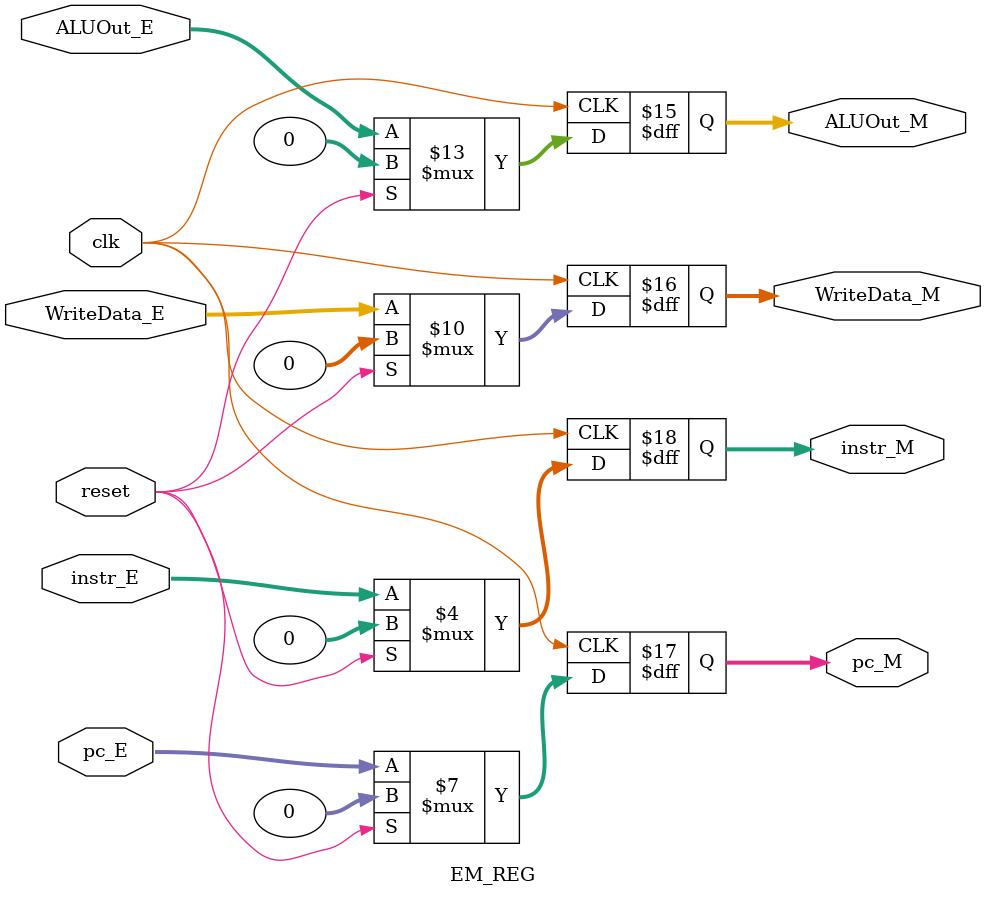
<source format=v>
`timescale 1ns / 1ps
module EM_REG(
				input clk,reset,
				// input RegWrite_E,
				// input MemtoReg_E,
				// input MemWrite_E,
				input [31:0] ALUOut_E,
				input [31:0] WriteData_E,
				// input [4:0] WriteReg_E,
				// output reg RegWrite_M,
				// output reg MemtoReg_M,
				// output reg MemWrite_M,
				output reg [31:0] ALUOut_M,
				output reg[31:0] WriteData_M,
				// output reg [4:0] WriteReg_M,
				input [31:0] pc_E,
				output reg [31:0] pc_M,
				input [31:0] instr_E,
				output reg [31:0] instr_M
				// input LUI_E,
				// output reg LUI_M,
				// input [31:0] HiImm_E,
				// output reg [31:0] HiImm_M,
				// input ORI_E,
				// output reg ORI_M,
				// input [31:0] RORI_E,
				// output reg [31:0] RORI_M,
				// input jal_E,
				// output reg jal_M,
				// input [4:0] Rt_E,
				// output reg [4:0] Rt_M
    );
	 always@(posedge clk)begin
			if(reset)begin
				// RegWrite_M<=0;
				// MemtoReg_M<=0;
				// MemWrite_M<=0;
				ALUOut_M<=0;
				WriteData_M<=0;
				// WriteReg_M<=0;
				pc_M<=0;
				instr_M<=0;
				// LUI_M<=0;
				// HiImm_M<=0;
				// ORI_M<=0;
				// RORI_M<=0;
				// jal_M<=0;
				// Rt_M<=0;
			end
			else begin
				// RegWrite_M<=RegWrite_E;
				// MemtoReg_M<=MemtoReg_E;
				// MemWrite_M<=MemWrite_E;
				ALUOut_M<=ALUOut_E;
				WriteData_M<=WriteData_E;
				// WriteReg_M<=WriteReg_E;
				pc_M<=pc_E;
				instr_M<=instr_E;
				// LUI_M<=LUI_E;
				// HiImm_M<=HiImm_E;
				// ORI_M<=ORI_E;
				// RORI_M<=RORI_E;
				// jal_M<=jal_E;
				// Rt_M<=Rt_E;
			end
	end
	initial begin
				// RegWrite_M<=0;
				// MemtoReg_M<=0;
				// MemWrite_M<=0;
				ALUOut_M<=0;
		
				WriteData_M<=0;
				// WriteReg_M<=0;
				// LUI_M<=0;
				// HiImm_M<=0;
				pc_M<=0;
				instr_M<=0;
				// ORI_M<=0;
				// RORI_M<=0;
				// jal_M<=0;
				// Rt_M<=0;
	end

endmodule

</source>
